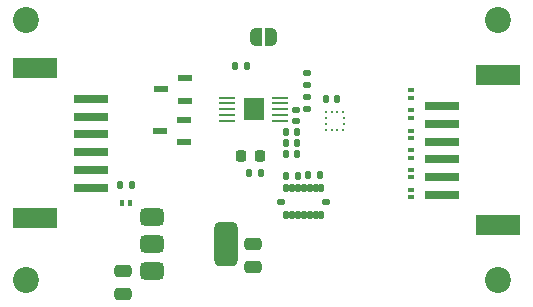
<source format=gbr>
%TF.GenerationSoftware,KiCad,Pcbnew,8.0.7*%
%TF.CreationDate,2024-12-18T22:04:57+01:00*%
%TF.ProjectId,Xplore ERC IMU,58706c6f-7265-4204-9552-4320494d552e,rev?*%
%TF.SameCoordinates,Original*%
%TF.FileFunction,Soldermask,Top*%
%TF.FilePolarity,Negative*%
%FSLAX46Y46*%
G04 Gerber Fmt 4.6, Leading zero omitted, Abs format (unit mm)*
G04 Created by KiCad (PCBNEW 8.0.7) date 2024-12-18 22:04:57*
%MOMM*%
%LPD*%
G01*
G04 APERTURE LIST*
G04 Aperture macros list*
%AMRoundRect*
0 Rectangle with rounded corners*
0 $1 Rounding radius*
0 $2 $3 $4 $5 $6 $7 $8 $9 X,Y pos of 4 corners*
0 Add a 4 corners polygon primitive as box body*
4,1,4,$2,$3,$4,$5,$6,$7,$8,$9,$2,$3,0*
0 Add four circle primitives for the rounded corners*
1,1,$1+$1,$2,$3*
1,1,$1+$1,$4,$5*
1,1,$1+$1,$6,$7*
1,1,$1+$1,$8,$9*
0 Add four rect primitives between the rounded corners*
20,1,$1+$1,$2,$3,$4,$5,0*
20,1,$1+$1,$4,$5,$6,$7,0*
20,1,$1+$1,$6,$7,$8,$9,0*
20,1,$1+$1,$8,$9,$2,$3,0*%
%AMFreePoly0*
4,1,19,0.500000,-0.750000,0.000000,-0.750000,0.000000,-0.744911,-0.071157,-0.744911,-0.207708,-0.704816,-0.327430,-0.627875,-0.420627,-0.520320,-0.479746,-0.390866,-0.500000,-0.250000,-0.500000,0.250000,-0.479746,0.390866,-0.420627,0.520320,-0.327430,0.627875,-0.207708,0.704816,-0.071157,0.744911,0.000000,0.744911,0.000000,0.750000,0.500000,0.750000,0.500000,-0.750000,0.500000,-0.750000,
$1*%
%AMFreePoly1*
4,1,19,0.000000,0.744911,0.071157,0.744911,0.207708,0.704816,0.327430,0.627875,0.420627,0.520320,0.479746,0.390866,0.500000,0.250000,0.500000,-0.250000,0.479746,-0.390866,0.420627,-0.520320,0.327430,-0.627875,0.207708,-0.704816,0.071157,-0.744911,0.000000,-0.744911,0.000000,-0.750000,-0.500000,-0.750000,-0.500000,0.750000,0.000000,0.750000,0.000000,0.744911,0.000000,0.744911,
$1*%
G04 Aperture macros list end*
%ADD10R,0.304800X0.558800*%
%ADD11C,2.200000*%
%ADD12RoundRect,0.140000X0.140000X0.170000X-0.140000X0.170000X-0.140000X-0.170000X0.140000X-0.170000X0*%
%ADD13R,0.558800X0.304800*%
%ADD14R,1.168400X0.533400*%
%ADD15RoundRect,0.140000X-0.170000X0.140000X-0.170000X-0.140000X0.170000X-0.140000X0.170000X0.140000X0*%
%ADD16R,2.899999X0.800000*%
%ADD17R,3.800000X1.800000*%
%ADD18RoundRect,0.375000X-0.625000X-0.375000X0.625000X-0.375000X0.625000X0.375000X-0.625000X0.375000X0*%
%ADD19RoundRect,0.500000X-0.500000X-1.400000X0.500000X-1.400000X0.500000X1.400000X-0.500000X1.400000X0*%
%ADD20RoundRect,0.250000X-0.475000X0.250000X-0.475000X-0.250000X0.475000X-0.250000X0.475000X0.250000X0*%
%ADD21RoundRect,0.102000X-0.125000X-0.237500X0.125000X-0.237500X0.125000X0.237500X-0.125000X0.237500X0*%
%ADD22RoundRect,0.102000X0.237500X-0.125000X0.237500X0.125000X-0.237500X0.125000X-0.237500X-0.125000X0*%
%ADD23RoundRect,0.135000X0.135000X0.185000X-0.135000X0.185000X-0.135000X-0.185000X0.135000X-0.185000X0*%
%ADD24RoundRect,0.218750X-0.218750X-0.256250X0.218750X-0.256250X0.218750X0.256250X-0.218750X0.256250X0*%
%ADD25R,0.250000X0.275000*%
%ADD26FreePoly0,0.000000*%
%ADD27FreePoly1,0.000000*%
%ADD28RoundRect,0.140000X-0.140000X-0.170000X0.140000X-0.170000X0.140000X0.170000X-0.140000X0.170000X0*%
%ADD29RoundRect,0.135000X0.185000X-0.135000X0.185000X0.135000X-0.185000X0.135000X-0.185000X-0.135000X0*%
%ADD30R,1.327899X0.279400*%
%ADD31R,1.778000X1.981200*%
G04 APERTURE END LIST*
D10*
%TO.C,U5*%
X129652401Y-109000000D03*
X130347599Y-109000000D03*
%TD*%
D11*
%TO.C,H2*%
X161500000Y-115500000D03*
%TD*%
D12*
%TO.C,C4*%
X144486128Y-104863407D03*
X143526128Y-104863407D03*
%TD*%
D11*
%TO.C,H1*%
X161500000Y-93500000D03*
%TD*%
D13*
%TO.C,CR3*%
X154150000Y-108535000D03*
X154150000Y-107900000D03*
%TD*%
%TO.C,CR5*%
X154150000Y-105185000D03*
X154150000Y-104550000D03*
%TD*%
D14*
%TO.C,CR1*%
X134940446Y-103850996D03*
X134940446Y-101950994D03*
X132908446Y-102900995D03*
%TD*%
D12*
%TO.C,C1*%
X144539756Y-106690000D03*
X143579756Y-106690000D03*
%TD*%
D15*
%TO.C,C6*%
X144392352Y-101119971D03*
X144392352Y-102079971D03*
%TD*%
D16*
%TO.C,J2*%
X127000000Y-107704000D03*
X127000000Y-101704000D03*
X127000000Y-103203999D03*
X127000000Y-104704001D03*
X127000000Y-106204001D03*
X127000000Y-100204000D03*
D17*
X122299999Y-97604005D03*
X122299999Y-110303995D03*
%TD*%
D18*
%TO.C,U4*%
X132180000Y-110200000D03*
X132180000Y-112500000D03*
D19*
X138480000Y-112500000D03*
D18*
X132180000Y-114800000D03*
%TD*%
D13*
%TO.C,CR6*%
X154150000Y-103517500D03*
X154150000Y-102882500D03*
%TD*%
D20*
%TO.C,C11*%
X140750000Y-112500000D03*
X140750000Y-114400000D03*
%TD*%
D13*
%TO.C,CR8*%
X154150000Y-100117500D03*
X154150000Y-99482500D03*
%TD*%
D21*
%TO.C,U2*%
X143545000Y-107735000D03*
X144045000Y-107735000D03*
X144545000Y-107735000D03*
X145045000Y-107735000D03*
X145545000Y-107735000D03*
X146045000Y-107735000D03*
X146545000Y-107735000D03*
D22*
X146960000Y-108900000D03*
D21*
X146545000Y-110065000D03*
X146045000Y-110065000D03*
X145545000Y-110065000D03*
X145045000Y-110065000D03*
X144545000Y-110065000D03*
X144045000Y-110065000D03*
X143545000Y-110065000D03*
D22*
X143130000Y-108900000D03*
%TD*%
D23*
%TO.C,R8*%
X141410000Y-106450000D03*
X140390000Y-106450000D03*
%TD*%
D11*
%TO.C,H4*%
X121500000Y-115500000D03*
%TD*%
D24*
%TO.C,D1*%
X139762500Y-105050000D03*
X141337500Y-105050000D03*
%TD*%
D16*
%TO.C,J1*%
X156770000Y-108320000D03*
X156770000Y-106820000D03*
X156770000Y-105320001D03*
X156770000Y-103819999D03*
X156770000Y-102319999D03*
X156770000Y-100820000D03*
D17*
X161470001Y-110919995D03*
X161470001Y-98220005D03*
%TD*%
D25*
%TO.C,U1*%
X148400000Y-101287500D03*
X147900000Y-101287500D03*
X147400000Y-101287500D03*
X146900000Y-101287500D03*
X146887500Y-101800000D03*
X146887500Y-102300000D03*
X146900000Y-102812500D03*
X147400000Y-102812500D03*
X147900000Y-102812500D03*
X148400000Y-102812500D03*
X148412500Y-102300000D03*
X148412500Y-101800000D03*
%TD*%
D26*
%TO.C,JP1*%
X141000000Y-95000000D03*
D27*
X142300000Y-95000000D03*
%TD*%
D14*
%TO.C,CR2*%
X134962346Y-100340996D03*
X134962346Y-98440994D03*
X132930346Y-99390995D03*
%TD*%
D28*
%TO.C,C7*%
X143530000Y-102990000D03*
X144490000Y-102990000D03*
%TD*%
D23*
%TO.C,R2*%
X140260000Y-97400000D03*
X139240000Y-97400000D03*
%TD*%
D28*
%TO.C,C2*%
X145420000Y-106670000D03*
X146380000Y-106670000D03*
%TD*%
%TO.C,C5*%
X146900000Y-100250000D03*
X147860000Y-100250000D03*
%TD*%
D12*
%TO.C,C3*%
X144491128Y-103913407D03*
X143531128Y-103913407D03*
%TD*%
D29*
%TO.C,R6*%
X145326518Y-99020000D03*
X145326518Y-98000000D03*
%TD*%
D12*
%TO.C,C12*%
X130480000Y-107500000D03*
X129520000Y-107500000D03*
%TD*%
D30*
%TO.C,U3*%
X138578629Y-100085993D03*
X138578629Y-100585995D03*
X138578629Y-101085994D03*
X138578629Y-101585993D03*
X138578629Y-102085995D03*
X143005325Y-102085995D03*
X143005325Y-101585993D03*
X143005325Y-101085994D03*
X143005325Y-100585995D03*
X143005325Y-100085993D03*
D31*
X140791977Y-101085994D03*
%TD*%
D20*
%TO.C,C10*%
X129750000Y-114800000D03*
X129750000Y-116700000D03*
%TD*%
D13*
%TO.C,CR7*%
X154150000Y-101785000D03*
X154150000Y-101150000D03*
%TD*%
D11*
%TO.C,H3*%
X121500000Y-93500000D03*
%TD*%
D13*
%TO.C,CR4*%
X154150000Y-106850000D03*
X154150000Y-106215000D03*
%TD*%
D29*
%TO.C,R5*%
X145330000Y-101060000D03*
X145330000Y-100040000D03*
%TD*%
M02*

</source>
